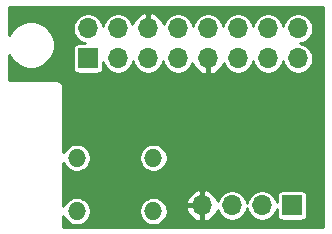
<source format=gbl>
G04 #@! TF.GenerationSoftware,KiCad,Pcbnew,5.1.10-88a1d61d58~90~ubuntu20.04.1*
G04 #@! TF.CreationDate,2021-08-20T19:04:53-03:00*
G04 #@! TF.ProjectId,003_Raspberry_Pi_HAT,3030335f-5261-4737-9062-657272795f50,V1*
G04 #@! TF.SameCoordinates,Original*
G04 #@! TF.FileFunction,Copper,L2,Bot*
G04 #@! TF.FilePolarity,Positive*
%FSLAX46Y46*%
G04 Gerber Fmt 4.6, Leading zero omitted, Abs format (unit mm)*
G04 Created by KiCad (PCBNEW 5.1.10-88a1d61d58~90~ubuntu20.04.1) date 2021-08-20 19:04:53*
%MOMM*%
%LPD*%
G01*
G04 APERTURE LIST*
G04 #@! TA.AperFunction,ComponentPad*
%ADD10O,1.524000X1.524000*%
G04 #@! TD*
G04 #@! TA.AperFunction,ComponentPad*
%ADD11R,1.700000X1.700000*%
G04 #@! TD*
G04 #@! TA.AperFunction,ComponentPad*
%ADD12O,1.700000X1.700000*%
G04 #@! TD*
G04 #@! TA.AperFunction,ViaPad*
%ADD13C,1.000000*%
G04 #@! TD*
G04 #@! TA.AperFunction,Conductor*
%ADD14C,0.254000*%
G04 #@! TD*
G04 #@! TA.AperFunction,Conductor*
%ADD15C,0.100000*%
G04 #@! TD*
G04 APERTURE END LIST*
D10*
X108254800Y-112039400D03*
X114757200Y-112039400D03*
X108254800Y-116560600D03*
X114757200Y-116560600D03*
D11*
X126492000Y-116078000D03*
D12*
X123952000Y-116078000D03*
X121412000Y-116078000D03*
X118872000Y-116078000D03*
D11*
X109220000Y-103632000D03*
D12*
X109220000Y-101092000D03*
X111760000Y-103632000D03*
X111760000Y-101092000D03*
X114300000Y-103632000D03*
X114300000Y-101092000D03*
X116840000Y-103632000D03*
X116840000Y-101092000D03*
X119380000Y-103632000D03*
X119380000Y-101092000D03*
X121920000Y-103632000D03*
X121920000Y-101092000D03*
X124460000Y-103632000D03*
X124460000Y-101092000D03*
X127000000Y-103632000D03*
X127000000Y-101092000D03*
D13*
X113792000Y-108458000D03*
X122428000Y-109474000D03*
D14*
X129080000Y-117904000D02*
X107140000Y-117904000D01*
X107140000Y-116997147D01*
X107194032Y-117127592D01*
X107325029Y-117323643D01*
X107491757Y-117490371D01*
X107687808Y-117621368D01*
X107905648Y-117711600D01*
X108136906Y-117757600D01*
X108372694Y-117757600D01*
X108603952Y-117711600D01*
X108821792Y-117621368D01*
X109017843Y-117490371D01*
X109184571Y-117323643D01*
X109315568Y-117127592D01*
X109405800Y-116909752D01*
X109451800Y-116678494D01*
X109451800Y-116442706D01*
X113560200Y-116442706D01*
X113560200Y-116678494D01*
X113606200Y-116909752D01*
X113696432Y-117127592D01*
X113827429Y-117323643D01*
X113994157Y-117490371D01*
X114190208Y-117621368D01*
X114408048Y-117711600D01*
X114639306Y-117757600D01*
X114875094Y-117757600D01*
X115106352Y-117711600D01*
X115324192Y-117621368D01*
X115520243Y-117490371D01*
X115686971Y-117323643D01*
X115817968Y-117127592D01*
X115908200Y-116909752D01*
X115954200Y-116678494D01*
X115954200Y-116442706D01*
X115939814Y-116370379D01*
X117518210Y-116370379D01*
X117601263Y-116628872D01*
X117733150Y-116866196D01*
X117908802Y-117073230D01*
X118121469Y-117242018D01*
X118362979Y-117366073D01*
X118579621Y-117431787D01*
X118795000Y-117326879D01*
X118795000Y-116155000D01*
X117622889Y-116155000D01*
X117518210Y-116370379D01*
X115939814Y-116370379D01*
X115908200Y-116211448D01*
X115817968Y-115993608D01*
X115686971Y-115797557D01*
X115675035Y-115785621D01*
X117518210Y-115785621D01*
X117622889Y-116001000D01*
X118795000Y-116001000D01*
X118795000Y-114829121D01*
X118949000Y-114829121D01*
X118949000Y-116001000D01*
X118969000Y-116001000D01*
X118969000Y-116155000D01*
X118949000Y-116155000D01*
X118949000Y-117326879D01*
X119164379Y-117431787D01*
X119381021Y-117366073D01*
X119622531Y-117242018D01*
X119835198Y-117073230D01*
X120010850Y-116866196D01*
X120142737Y-116628872D01*
X120189289Y-116483984D01*
X120273247Y-116686676D01*
X120413875Y-116897140D01*
X120592860Y-117076125D01*
X120803324Y-117216753D01*
X121037179Y-117313619D01*
X121285439Y-117363000D01*
X121538561Y-117363000D01*
X121786821Y-117313619D01*
X122020676Y-117216753D01*
X122231140Y-117076125D01*
X122410125Y-116897140D01*
X122550753Y-116686676D01*
X122647619Y-116452821D01*
X122682000Y-116279973D01*
X122716381Y-116452821D01*
X122813247Y-116686676D01*
X122953875Y-116897140D01*
X123132860Y-117076125D01*
X123343324Y-117216753D01*
X123577179Y-117313619D01*
X123825439Y-117363000D01*
X124078561Y-117363000D01*
X124326821Y-117313619D01*
X124560676Y-117216753D01*
X124771140Y-117076125D01*
X124950125Y-116897140D01*
X125090753Y-116686676D01*
X125187619Y-116452821D01*
X125204896Y-116365962D01*
X125204896Y-116928000D01*
X125213295Y-117013275D01*
X125238169Y-117095272D01*
X125278561Y-117170842D01*
X125332921Y-117237079D01*
X125399158Y-117291439D01*
X125474728Y-117331831D01*
X125556725Y-117356705D01*
X125642000Y-117365104D01*
X127342000Y-117365104D01*
X127427275Y-117356705D01*
X127509272Y-117331831D01*
X127584842Y-117291439D01*
X127651079Y-117237079D01*
X127705439Y-117170842D01*
X127745831Y-117095272D01*
X127770705Y-117013275D01*
X127779104Y-116928000D01*
X127779104Y-115228000D01*
X127770705Y-115142725D01*
X127745831Y-115060728D01*
X127705439Y-114985158D01*
X127651079Y-114918921D01*
X127584842Y-114864561D01*
X127509272Y-114824169D01*
X127427275Y-114799295D01*
X127342000Y-114790896D01*
X125642000Y-114790896D01*
X125556725Y-114799295D01*
X125474728Y-114824169D01*
X125399158Y-114864561D01*
X125332921Y-114918921D01*
X125278561Y-114985158D01*
X125238169Y-115060728D01*
X125213295Y-115142725D01*
X125204896Y-115228000D01*
X125204896Y-115790038D01*
X125187619Y-115703179D01*
X125090753Y-115469324D01*
X124950125Y-115258860D01*
X124771140Y-115079875D01*
X124560676Y-114939247D01*
X124326821Y-114842381D01*
X124078561Y-114793000D01*
X123825439Y-114793000D01*
X123577179Y-114842381D01*
X123343324Y-114939247D01*
X123132860Y-115079875D01*
X122953875Y-115258860D01*
X122813247Y-115469324D01*
X122716381Y-115703179D01*
X122682000Y-115876027D01*
X122647619Y-115703179D01*
X122550753Y-115469324D01*
X122410125Y-115258860D01*
X122231140Y-115079875D01*
X122020676Y-114939247D01*
X121786821Y-114842381D01*
X121538561Y-114793000D01*
X121285439Y-114793000D01*
X121037179Y-114842381D01*
X120803324Y-114939247D01*
X120592860Y-115079875D01*
X120413875Y-115258860D01*
X120273247Y-115469324D01*
X120189289Y-115672016D01*
X120142737Y-115527128D01*
X120010850Y-115289804D01*
X119835198Y-115082770D01*
X119622531Y-114913982D01*
X119381021Y-114789927D01*
X119164379Y-114724213D01*
X118949000Y-114829121D01*
X118795000Y-114829121D01*
X118579621Y-114724213D01*
X118362979Y-114789927D01*
X118121469Y-114913982D01*
X117908802Y-115082770D01*
X117733150Y-115289804D01*
X117601263Y-115527128D01*
X117518210Y-115785621D01*
X115675035Y-115785621D01*
X115520243Y-115630829D01*
X115324192Y-115499832D01*
X115106352Y-115409600D01*
X114875094Y-115363600D01*
X114639306Y-115363600D01*
X114408048Y-115409600D01*
X114190208Y-115499832D01*
X113994157Y-115630829D01*
X113827429Y-115797557D01*
X113696432Y-115993608D01*
X113606200Y-116211448D01*
X113560200Y-116442706D01*
X109451800Y-116442706D01*
X109405800Y-116211448D01*
X109315568Y-115993608D01*
X109184571Y-115797557D01*
X109017843Y-115630829D01*
X108821792Y-115499832D01*
X108603952Y-115409600D01*
X108372694Y-115363600D01*
X108136906Y-115363600D01*
X107905648Y-115409600D01*
X107687808Y-115499832D01*
X107491757Y-115630829D01*
X107325029Y-115797557D01*
X107194032Y-115993608D01*
X107140000Y-116124053D01*
X107140000Y-112475947D01*
X107194032Y-112606392D01*
X107325029Y-112802443D01*
X107491757Y-112969171D01*
X107687808Y-113100168D01*
X107905648Y-113190400D01*
X108136906Y-113236400D01*
X108372694Y-113236400D01*
X108603952Y-113190400D01*
X108821792Y-113100168D01*
X109017843Y-112969171D01*
X109184571Y-112802443D01*
X109315568Y-112606392D01*
X109405800Y-112388552D01*
X109451800Y-112157294D01*
X109451800Y-111921506D01*
X113560200Y-111921506D01*
X113560200Y-112157294D01*
X113606200Y-112388552D01*
X113696432Y-112606392D01*
X113827429Y-112802443D01*
X113994157Y-112969171D01*
X114190208Y-113100168D01*
X114408048Y-113190400D01*
X114639306Y-113236400D01*
X114875094Y-113236400D01*
X115106352Y-113190400D01*
X115324192Y-113100168D01*
X115520243Y-112969171D01*
X115686971Y-112802443D01*
X115817968Y-112606392D01*
X115908200Y-112388552D01*
X115954200Y-112157294D01*
X115954200Y-111921506D01*
X115908200Y-111690248D01*
X115817968Y-111472408D01*
X115686971Y-111276357D01*
X115520243Y-111109629D01*
X115324192Y-110978632D01*
X115106352Y-110888400D01*
X114875094Y-110842400D01*
X114639306Y-110842400D01*
X114408048Y-110888400D01*
X114190208Y-110978632D01*
X113994157Y-111109629D01*
X113827429Y-111276357D01*
X113696432Y-111472408D01*
X113606200Y-111690248D01*
X113560200Y-111921506D01*
X109451800Y-111921506D01*
X109405800Y-111690248D01*
X109315568Y-111472408D01*
X109184571Y-111276357D01*
X109017843Y-111109629D01*
X108821792Y-110978632D01*
X108603952Y-110888400D01*
X108372694Y-110842400D01*
X108136906Y-110842400D01*
X107905648Y-110888400D01*
X107687808Y-110978632D01*
X107491757Y-111109629D01*
X107325029Y-111276357D01*
X107194032Y-111472408D01*
X107140000Y-111602853D01*
X107140000Y-106149410D01*
X107138091Y-106130024D01*
X107138101Y-106128534D01*
X107137474Y-106122142D01*
X107134934Y-106097975D01*
X107133343Y-106081824D01*
X107133180Y-106081285D01*
X107132292Y-106072841D01*
X107123912Y-106032018D01*
X107116096Y-105991048D01*
X107114240Y-105984899D01*
X107099581Y-105937544D01*
X107083422Y-105899106D01*
X107067809Y-105860460D01*
X107064794Y-105854789D01*
X107041217Y-105811183D01*
X107017903Y-105776618D01*
X106995069Y-105741724D01*
X106991009Y-105736747D01*
X106959411Y-105698551D01*
X106929808Y-105669155D01*
X106900657Y-105639387D01*
X106895708Y-105635293D01*
X106857293Y-105603962D01*
X106822567Y-105580891D01*
X106788173Y-105557340D01*
X106782523Y-105554285D01*
X106738753Y-105531011D01*
X106700203Y-105515122D01*
X106661884Y-105498698D01*
X106655748Y-105496799D01*
X106608292Y-105482471D01*
X106567409Y-105474376D01*
X106526609Y-105465704D01*
X106520221Y-105465032D01*
X106470884Y-105460195D01*
X106470875Y-105460195D01*
X106448590Y-105458000D01*
X102568000Y-105458000D01*
X102568000Y-103346746D01*
X102608109Y-103443578D01*
X102828654Y-103773646D01*
X103109354Y-104054346D01*
X103439422Y-104274891D01*
X103806174Y-104426804D01*
X104195515Y-104504249D01*
X104592485Y-104504249D01*
X104981826Y-104426804D01*
X105348578Y-104274891D01*
X105678646Y-104054346D01*
X105959346Y-103773646D01*
X106179891Y-103443578D01*
X106331804Y-103076826D01*
X106390448Y-102782000D01*
X107932896Y-102782000D01*
X107932896Y-104482000D01*
X107941295Y-104567275D01*
X107966169Y-104649272D01*
X108006561Y-104724842D01*
X108060921Y-104791079D01*
X108127158Y-104845439D01*
X108202728Y-104885831D01*
X108284725Y-104910705D01*
X108370000Y-104919104D01*
X110070000Y-104919104D01*
X110155275Y-104910705D01*
X110237272Y-104885831D01*
X110312842Y-104845439D01*
X110379079Y-104791079D01*
X110433439Y-104724842D01*
X110473831Y-104649272D01*
X110498705Y-104567275D01*
X110507104Y-104482000D01*
X110507104Y-103919962D01*
X110524381Y-104006821D01*
X110621247Y-104240676D01*
X110761875Y-104451140D01*
X110940860Y-104630125D01*
X111151324Y-104770753D01*
X111385179Y-104867619D01*
X111633439Y-104917000D01*
X111886561Y-104917000D01*
X112134821Y-104867619D01*
X112368676Y-104770753D01*
X112579140Y-104630125D01*
X112758125Y-104451140D01*
X112898753Y-104240676D01*
X112995619Y-104006821D01*
X113030000Y-103833973D01*
X113064381Y-104006821D01*
X113161247Y-104240676D01*
X113301875Y-104451140D01*
X113480860Y-104630125D01*
X113691324Y-104770753D01*
X113925179Y-104867619D01*
X114173439Y-104917000D01*
X114426561Y-104917000D01*
X114674821Y-104867619D01*
X114908676Y-104770753D01*
X115119140Y-104630125D01*
X115298125Y-104451140D01*
X115438753Y-104240676D01*
X115535619Y-104006821D01*
X115570000Y-103833973D01*
X115604381Y-104006821D01*
X115701247Y-104240676D01*
X115841875Y-104451140D01*
X116020860Y-104630125D01*
X116231324Y-104770753D01*
X116465179Y-104867619D01*
X116713439Y-104917000D01*
X116966561Y-104917000D01*
X117214821Y-104867619D01*
X117448676Y-104770753D01*
X117659140Y-104630125D01*
X117838125Y-104451140D01*
X117978753Y-104240676D01*
X118062711Y-104037984D01*
X118109263Y-104182872D01*
X118241150Y-104420196D01*
X118416802Y-104627230D01*
X118629469Y-104796018D01*
X118870979Y-104920073D01*
X119087621Y-104985787D01*
X119303000Y-104880879D01*
X119303000Y-103709000D01*
X119283000Y-103709000D01*
X119283000Y-103555000D01*
X119303000Y-103555000D01*
X119303000Y-103535000D01*
X119457000Y-103535000D01*
X119457000Y-103555000D01*
X119477000Y-103555000D01*
X119477000Y-103709000D01*
X119457000Y-103709000D01*
X119457000Y-104880879D01*
X119672379Y-104985787D01*
X119889021Y-104920073D01*
X120130531Y-104796018D01*
X120343198Y-104627230D01*
X120518850Y-104420196D01*
X120650737Y-104182872D01*
X120697289Y-104037984D01*
X120781247Y-104240676D01*
X120921875Y-104451140D01*
X121100860Y-104630125D01*
X121311324Y-104770753D01*
X121545179Y-104867619D01*
X121793439Y-104917000D01*
X122046561Y-104917000D01*
X122294821Y-104867619D01*
X122528676Y-104770753D01*
X122739140Y-104630125D01*
X122918125Y-104451140D01*
X123058753Y-104240676D01*
X123155619Y-104006821D01*
X123190000Y-103833973D01*
X123224381Y-104006821D01*
X123321247Y-104240676D01*
X123461875Y-104451140D01*
X123640860Y-104630125D01*
X123851324Y-104770753D01*
X124085179Y-104867619D01*
X124333439Y-104917000D01*
X124586561Y-104917000D01*
X124834821Y-104867619D01*
X125068676Y-104770753D01*
X125279140Y-104630125D01*
X125458125Y-104451140D01*
X125598753Y-104240676D01*
X125695619Y-104006821D01*
X125730000Y-103833973D01*
X125764381Y-104006821D01*
X125861247Y-104240676D01*
X126001875Y-104451140D01*
X126180860Y-104630125D01*
X126391324Y-104770753D01*
X126625179Y-104867619D01*
X126873439Y-104917000D01*
X127126561Y-104917000D01*
X127374821Y-104867619D01*
X127608676Y-104770753D01*
X127819140Y-104630125D01*
X127998125Y-104451140D01*
X128138753Y-104240676D01*
X128235619Y-104006821D01*
X128285000Y-103758561D01*
X128285000Y-103505439D01*
X128235619Y-103257179D01*
X128138753Y-103023324D01*
X127998125Y-102812860D01*
X127819140Y-102633875D01*
X127608676Y-102493247D01*
X127374821Y-102396381D01*
X127201973Y-102362000D01*
X127374821Y-102327619D01*
X127608676Y-102230753D01*
X127819140Y-102090125D01*
X127998125Y-101911140D01*
X128138753Y-101700676D01*
X128235619Y-101466821D01*
X128285000Y-101218561D01*
X128285000Y-100965439D01*
X128235619Y-100717179D01*
X128138753Y-100483324D01*
X127998125Y-100272860D01*
X127819140Y-100093875D01*
X127608676Y-99953247D01*
X127374821Y-99856381D01*
X127126561Y-99807000D01*
X126873439Y-99807000D01*
X126625179Y-99856381D01*
X126391324Y-99953247D01*
X126180860Y-100093875D01*
X126001875Y-100272860D01*
X125861247Y-100483324D01*
X125764381Y-100717179D01*
X125730000Y-100890027D01*
X125695619Y-100717179D01*
X125598753Y-100483324D01*
X125458125Y-100272860D01*
X125279140Y-100093875D01*
X125068676Y-99953247D01*
X124834821Y-99856381D01*
X124586561Y-99807000D01*
X124333439Y-99807000D01*
X124085179Y-99856381D01*
X123851324Y-99953247D01*
X123640860Y-100093875D01*
X123461875Y-100272860D01*
X123321247Y-100483324D01*
X123224381Y-100717179D01*
X123190000Y-100890027D01*
X123155619Y-100717179D01*
X123058753Y-100483324D01*
X122918125Y-100272860D01*
X122739140Y-100093875D01*
X122528676Y-99953247D01*
X122294821Y-99856381D01*
X122046561Y-99807000D01*
X121793439Y-99807000D01*
X121545179Y-99856381D01*
X121311324Y-99953247D01*
X121100860Y-100093875D01*
X120921875Y-100272860D01*
X120781247Y-100483324D01*
X120684381Y-100717179D01*
X120650000Y-100890027D01*
X120615619Y-100717179D01*
X120518753Y-100483324D01*
X120378125Y-100272860D01*
X120199140Y-100093875D01*
X119988676Y-99953247D01*
X119754821Y-99856381D01*
X119506561Y-99807000D01*
X119253439Y-99807000D01*
X119005179Y-99856381D01*
X118771324Y-99953247D01*
X118560860Y-100093875D01*
X118381875Y-100272860D01*
X118241247Y-100483324D01*
X118144381Y-100717179D01*
X118110000Y-100890027D01*
X118075619Y-100717179D01*
X117978753Y-100483324D01*
X117838125Y-100272860D01*
X117659140Y-100093875D01*
X117448676Y-99953247D01*
X117214821Y-99856381D01*
X116966561Y-99807000D01*
X116713439Y-99807000D01*
X116465179Y-99856381D01*
X116231324Y-99953247D01*
X116020860Y-100093875D01*
X115841875Y-100272860D01*
X115701247Y-100483324D01*
X115617289Y-100686016D01*
X115570737Y-100541128D01*
X115438850Y-100303804D01*
X115263198Y-100096770D01*
X115050531Y-99927982D01*
X114809021Y-99803927D01*
X114592379Y-99738213D01*
X114377000Y-99843121D01*
X114377000Y-101015000D01*
X114397000Y-101015000D01*
X114397000Y-101169000D01*
X114377000Y-101169000D01*
X114377000Y-101189000D01*
X114223000Y-101189000D01*
X114223000Y-101169000D01*
X114203000Y-101169000D01*
X114203000Y-101015000D01*
X114223000Y-101015000D01*
X114223000Y-99843121D01*
X114007621Y-99738213D01*
X113790979Y-99803927D01*
X113549469Y-99927982D01*
X113336802Y-100096770D01*
X113161150Y-100303804D01*
X113029263Y-100541128D01*
X112982711Y-100686016D01*
X112898753Y-100483324D01*
X112758125Y-100272860D01*
X112579140Y-100093875D01*
X112368676Y-99953247D01*
X112134821Y-99856381D01*
X111886561Y-99807000D01*
X111633439Y-99807000D01*
X111385179Y-99856381D01*
X111151324Y-99953247D01*
X110940860Y-100093875D01*
X110761875Y-100272860D01*
X110621247Y-100483324D01*
X110524381Y-100717179D01*
X110490000Y-100890027D01*
X110455619Y-100717179D01*
X110358753Y-100483324D01*
X110218125Y-100272860D01*
X110039140Y-100093875D01*
X109828676Y-99953247D01*
X109594821Y-99856381D01*
X109346561Y-99807000D01*
X109093439Y-99807000D01*
X108845179Y-99856381D01*
X108611324Y-99953247D01*
X108400860Y-100093875D01*
X108221875Y-100272860D01*
X108081247Y-100483324D01*
X107984381Y-100717179D01*
X107935000Y-100965439D01*
X107935000Y-101218561D01*
X107984381Y-101466821D01*
X108081247Y-101700676D01*
X108221875Y-101911140D01*
X108400860Y-102090125D01*
X108611324Y-102230753D01*
X108845179Y-102327619D01*
X108932038Y-102344896D01*
X108370000Y-102344896D01*
X108284725Y-102353295D01*
X108202728Y-102378169D01*
X108127158Y-102418561D01*
X108060921Y-102472921D01*
X108006561Y-102539158D01*
X107966169Y-102614728D01*
X107941295Y-102696725D01*
X107932896Y-102782000D01*
X106390448Y-102782000D01*
X106409249Y-102687485D01*
X106409249Y-102290515D01*
X106331804Y-101901174D01*
X106179891Y-101534422D01*
X105959346Y-101204354D01*
X105678646Y-100923654D01*
X105348578Y-100703109D01*
X104981826Y-100551196D01*
X104592485Y-100473751D01*
X104195515Y-100473751D01*
X103806174Y-100551196D01*
X103439422Y-100703109D01*
X103109354Y-100923654D01*
X102828654Y-101204354D01*
X102608109Y-101534422D01*
X102568000Y-101631254D01*
X102568000Y-99266000D01*
X129080001Y-99266000D01*
X129080000Y-117904000D01*
G04 #@! TA.AperFunction,Conductor*
D15*
G36*
X129080000Y-117904000D02*
G01*
X107140000Y-117904000D01*
X107140000Y-116997147D01*
X107194032Y-117127592D01*
X107325029Y-117323643D01*
X107491757Y-117490371D01*
X107687808Y-117621368D01*
X107905648Y-117711600D01*
X108136906Y-117757600D01*
X108372694Y-117757600D01*
X108603952Y-117711600D01*
X108821792Y-117621368D01*
X109017843Y-117490371D01*
X109184571Y-117323643D01*
X109315568Y-117127592D01*
X109405800Y-116909752D01*
X109451800Y-116678494D01*
X109451800Y-116442706D01*
X113560200Y-116442706D01*
X113560200Y-116678494D01*
X113606200Y-116909752D01*
X113696432Y-117127592D01*
X113827429Y-117323643D01*
X113994157Y-117490371D01*
X114190208Y-117621368D01*
X114408048Y-117711600D01*
X114639306Y-117757600D01*
X114875094Y-117757600D01*
X115106352Y-117711600D01*
X115324192Y-117621368D01*
X115520243Y-117490371D01*
X115686971Y-117323643D01*
X115817968Y-117127592D01*
X115908200Y-116909752D01*
X115954200Y-116678494D01*
X115954200Y-116442706D01*
X115939814Y-116370379D01*
X117518210Y-116370379D01*
X117601263Y-116628872D01*
X117733150Y-116866196D01*
X117908802Y-117073230D01*
X118121469Y-117242018D01*
X118362979Y-117366073D01*
X118579621Y-117431787D01*
X118795000Y-117326879D01*
X118795000Y-116155000D01*
X117622889Y-116155000D01*
X117518210Y-116370379D01*
X115939814Y-116370379D01*
X115908200Y-116211448D01*
X115817968Y-115993608D01*
X115686971Y-115797557D01*
X115675035Y-115785621D01*
X117518210Y-115785621D01*
X117622889Y-116001000D01*
X118795000Y-116001000D01*
X118795000Y-114829121D01*
X118949000Y-114829121D01*
X118949000Y-116001000D01*
X118969000Y-116001000D01*
X118969000Y-116155000D01*
X118949000Y-116155000D01*
X118949000Y-117326879D01*
X119164379Y-117431787D01*
X119381021Y-117366073D01*
X119622531Y-117242018D01*
X119835198Y-117073230D01*
X120010850Y-116866196D01*
X120142737Y-116628872D01*
X120189289Y-116483984D01*
X120273247Y-116686676D01*
X120413875Y-116897140D01*
X120592860Y-117076125D01*
X120803324Y-117216753D01*
X121037179Y-117313619D01*
X121285439Y-117363000D01*
X121538561Y-117363000D01*
X121786821Y-117313619D01*
X122020676Y-117216753D01*
X122231140Y-117076125D01*
X122410125Y-116897140D01*
X122550753Y-116686676D01*
X122647619Y-116452821D01*
X122682000Y-116279973D01*
X122716381Y-116452821D01*
X122813247Y-116686676D01*
X122953875Y-116897140D01*
X123132860Y-117076125D01*
X123343324Y-117216753D01*
X123577179Y-117313619D01*
X123825439Y-117363000D01*
X124078561Y-117363000D01*
X124326821Y-117313619D01*
X124560676Y-117216753D01*
X124771140Y-117076125D01*
X124950125Y-116897140D01*
X125090753Y-116686676D01*
X125187619Y-116452821D01*
X125204896Y-116365962D01*
X125204896Y-116928000D01*
X125213295Y-117013275D01*
X125238169Y-117095272D01*
X125278561Y-117170842D01*
X125332921Y-117237079D01*
X125399158Y-117291439D01*
X125474728Y-117331831D01*
X125556725Y-117356705D01*
X125642000Y-117365104D01*
X127342000Y-117365104D01*
X127427275Y-117356705D01*
X127509272Y-117331831D01*
X127584842Y-117291439D01*
X127651079Y-117237079D01*
X127705439Y-117170842D01*
X127745831Y-117095272D01*
X127770705Y-117013275D01*
X127779104Y-116928000D01*
X127779104Y-115228000D01*
X127770705Y-115142725D01*
X127745831Y-115060728D01*
X127705439Y-114985158D01*
X127651079Y-114918921D01*
X127584842Y-114864561D01*
X127509272Y-114824169D01*
X127427275Y-114799295D01*
X127342000Y-114790896D01*
X125642000Y-114790896D01*
X125556725Y-114799295D01*
X125474728Y-114824169D01*
X125399158Y-114864561D01*
X125332921Y-114918921D01*
X125278561Y-114985158D01*
X125238169Y-115060728D01*
X125213295Y-115142725D01*
X125204896Y-115228000D01*
X125204896Y-115790038D01*
X125187619Y-115703179D01*
X125090753Y-115469324D01*
X124950125Y-115258860D01*
X124771140Y-115079875D01*
X124560676Y-114939247D01*
X124326821Y-114842381D01*
X124078561Y-114793000D01*
X123825439Y-114793000D01*
X123577179Y-114842381D01*
X123343324Y-114939247D01*
X123132860Y-115079875D01*
X122953875Y-115258860D01*
X122813247Y-115469324D01*
X122716381Y-115703179D01*
X122682000Y-115876027D01*
X122647619Y-115703179D01*
X122550753Y-115469324D01*
X122410125Y-115258860D01*
X122231140Y-115079875D01*
X122020676Y-114939247D01*
X121786821Y-114842381D01*
X121538561Y-114793000D01*
X121285439Y-114793000D01*
X121037179Y-114842381D01*
X120803324Y-114939247D01*
X120592860Y-115079875D01*
X120413875Y-115258860D01*
X120273247Y-115469324D01*
X120189289Y-115672016D01*
X120142737Y-115527128D01*
X120010850Y-115289804D01*
X119835198Y-115082770D01*
X119622531Y-114913982D01*
X119381021Y-114789927D01*
X119164379Y-114724213D01*
X118949000Y-114829121D01*
X118795000Y-114829121D01*
X118579621Y-114724213D01*
X118362979Y-114789927D01*
X118121469Y-114913982D01*
X117908802Y-115082770D01*
X117733150Y-115289804D01*
X117601263Y-115527128D01*
X117518210Y-115785621D01*
X115675035Y-115785621D01*
X115520243Y-115630829D01*
X115324192Y-115499832D01*
X115106352Y-115409600D01*
X114875094Y-115363600D01*
X114639306Y-115363600D01*
X114408048Y-115409600D01*
X114190208Y-115499832D01*
X113994157Y-115630829D01*
X113827429Y-115797557D01*
X113696432Y-115993608D01*
X113606200Y-116211448D01*
X113560200Y-116442706D01*
X109451800Y-116442706D01*
X109405800Y-116211448D01*
X109315568Y-115993608D01*
X109184571Y-115797557D01*
X109017843Y-115630829D01*
X108821792Y-115499832D01*
X108603952Y-115409600D01*
X108372694Y-115363600D01*
X108136906Y-115363600D01*
X107905648Y-115409600D01*
X107687808Y-115499832D01*
X107491757Y-115630829D01*
X107325029Y-115797557D01*
X107194032Y-115993608D01*
X107140000Y-116124053D01*
X107140000Y-112475947D01*
X107194032Y-112606392D01*
X107325029Y-112802443D01*
X107491757Y-112969171D01*
X107687808Y-113100168D01*
X107905648Y-113190400D01*
X108136906Y-113236400D01*
X108372694Y-113236400D01*
X108603952Y-113190400D01*
X108821792Y-113100168D01*
X109017843Y-112969171D01*
X109184571Y-112802443D01*
X109315568Y-112606392D01*
X109405800Y-112388552D01*
X109451800Y-112157294D01*
X109451800Y-111921506D01*
X113560200Y-111921506D01*
X113560200Y-112157294D01*
X113606200Y-112388552D01*
X113696432Y-112606392D01*
X113827429Y-112802443D01*
X113994157Y-112969171D01*
X114190208Y-113100168D01*
X114408048Y-113190400D01*
X114639306Y-113236400D01*
X114875094Y-113236400D01*
X115106352Y-113190400D01*
X115324192Y-113100168D01*
X115520243Y-112969171D01*
X115686971Y-112802443D01*
X115817968Y-112606392D01*
X115908200Y-112388552D01*
X115954200Y-112157294D01*
X115954200Y-111921506D01*
X115908200Y-111690248D01*
X115817968Y-111472408D01*
X115686971Y-111276357D01*
X115520243Y-111109629D01*
X115324192Y-110978632D01*
X115106352Y-110888400D01*
X114875094Y-110842400D01*
X114639306Y-110842400D01*
X114408048Y-110888400D01*
X114190208Y-110978632D01*
X113994157Y-111109629D01*
X113827429Y-111276357D01*
X113696432Y-111472408D01*
X113606200Y-111690248D01*
X113560200Y-111921506D01*
X109451800Y-111921506D01*
X109405800Y-111690248D01*
X109315568Y-111472408D01*
X109184571Y-111276357D01*
X109017843Y-111109629D01*
X108821792Y-110978632D01*
X108603952Y-110888400D01*
X108372694Y-110842400D01*
X108136906Y-110842400D01*
X107905648Y-110888400D01*
X107687808Y-110978632D01*
X107491757Y-111109629D01*
X107325029Y-111276357D01*
X107194032Y-111472408D01*
X107140000Y-111602853D01*
X107140000Y-106149410D01*
X107138091Y-106130024D01*
X107138101Y-106128534D01*
X107137474Y-106122142D01*
X107134934Y-106097975D01*
X107133343Y-106081824D01*
X107133180Y-106081285D01*
X107132292Y-106072841D01*
X107123912Y-106032018D01*
X107116096Y-105991048D01*
X107114240Y-105984899D01*
X107099581Y-105937544D01*
X107083422Y-105899106D01*
X107067809Y-105860460D01*
X107064794Y-105854789D01*
X107041217Y-105811183D01*
X107017903Y-105776618D01*
X106995069Y-105741724D01*
X106991009Y-105736747D01*
X106959411Y-105698551D01*
X106929808Y-105669155D01*
X106900657Y-105639387D01*
X106895708Y-105635293D01*
X106857293Y-105603962D01*
X106822567Y-105580891D01*
X106788173Y-105557340D01*
X106782523Y-105554285D01*
X106738753Y-105531011D01*
X106700203Y-105515122D01*
X106661884Y-105498698D01*
X106655748Y-105496799D01*
X106608292Y-105482471D01*
X106567409Y-105474376D01*
X106526609Y-105465704D01*
X106520221Y-105465032D01*
X106470884Y-105460195D01*
X106470875Y-105460195D01*
X106448590Y-105458000D01*
X102568000Y-105458000D01*
X102568000Y-103346746D01*
X102608109Y-103443578D01*
X102828654Y-103773646D01*
X103109354Y-104054346D01*
X103439422Y-104274891D01*
X103806174Y-104426804D01*
X104195515Y-104504249D01*
X104592485Y-104504249D01*
X104981826Y-104426804D01*
X105348578Y-104274891D01*
X105678646Y-104054346D01*
X105959346Y-103773646D01*
X106179891Y-103443578D01*
X106331804Y-103076826D01*
X106390448Y-102782000D01*
X107932896Y-102782000D01*
X107932896Y-104482000D01*
X107941295Y-104567275D01*
X107966169Y-104649272D01*
X108006561Y-104724842D01*
X108060921Y-104791079D01*
X108127158Y-104845439D01*
X108202728Y-104885831D01*
X108284725Y-104910705D01*
X108370000Y-104919104D01*
X110070000Y-104919104D01*
X110155275Y-104910705D01*
X110237272Y-104885831D01*
X110312842Y-104845439D01*
X110379079Y-104791079D01*
X110433439Y-104724842D01*
X110473831Y-104649272D01*
X110498705Y-104567275D01*
X110507104Y-104482000D01*
X110507104Y-103919962D01*
X110524381Y-104006821D01*
X110621247Y-104240676D01*
X110761875Y-104451140D01*
X110940860Y-104630125D01*
X111151324Y-104770753D01*
X111385179Y-104867619D01*
X111633439Y-104917000D01*
X111886561Y-104917000D01*
X112134821Y-104867619D01*
X112368676Y-104770753D01*
X112579140Y-104630125D01*
X112758125Y-104451140D01*
X112898753Y-104240676D01*
X112995619Y-104006821D01*
X113030000Y-103833973D01*
X113064381Y-104006821D01*
X113161247Y-104240676D01*
X113301875Y-104451140D01*
X113480860Y-104630125D01*
X113691324Y-104770753D01*
X113925179Y-104867619D01*
X114173439Y-104917000D01*
X114426561Y-104917000D01*
X114674821Y-104867619D01*
X114908676Y-104770753D01*
X115119140Y-104630125D01*
X115298125Y-104451140D01*
X115438753Y-104240676D01*
X115535619Y-104006821D01*
X115570000Y-103833973D01*
X115604381Y-104006821D01*
X115701247Y-104240676D01*
X115841875Y-104451140D01*
X116020860Y-104630125D01*
X116231324Y-104770753D01*
X116465179Y-104867619D01*
X116713439Y-104917000D01*
X116966561Y-104917000D01*
X117214821Y-104867619D01*
X117448676Y-104770753D01*
X117659140Y-104630125D01*
X117838125Y-104451140D01*
X117978753Y-104240676D01*
X118062711Y-104037984D01*
X118109263Y-104182872D01*
X118241150Y-104420196D01*
X118416802Y-104627230D01*
X118629469Y-104796018D01*
X118870979Y-104920073D01*
X119087621Y-104985787D01*
X119303000Y-104880879D01*
X119303000Y-103709000D01*
X119283000Y-103709000D01*
X119283000Y-103555000D01*
X119303000Y-103555000D01*
X119303000Y-103535000D01*
X119457000Y-103535000D01*
X119457000Y-103555000D01*
X119477000Y-103555000D01*
X119477000Y-103709000D01*
X119457000Y-103709000D01*
X119457000Y-104880879D01*
X119672379Y-104985787D01*
X119889021Y-104920073D01*
X120130531Y-104796018D01*
X120343198Y-104627230D01*
X120518850Y-104420196D01*
X120650737Y-104182872D01*
X120697289Y-104037984D01*
X120781247Y-104240676D01*
X120921875Y-104451140D01*
X121100860Y-104630125D01*
X121311324Y-104770753D01*
X121545179Y-104867619D01*
X121793439Y-104917000D01*
X122046561Y-104917000D01*
X122294821Y-104867619D01*
X122528676Y-104770753D01*
X122739140Y-104630125D01*
X122918125Y-104451140D01*
X123058753Y-104240676D01*
X123155619Y-104006821D01*
X123190000Y-103833973D01*
X123224381Y-104006821D01*
X123321247Y-104240676D01*
X123461875Y-104451140D01*
X123640860Y-104630125D01*
X123851324Y-104770753D01*
X124085179Y-104867619D01*
X124333439Y-104917000D01*
X124586561Y-104917000D01*
X124834821Y-104867619D01*
X125068676Y-104770753D01*
X125279140Y-104630125D01*
X125458125Y-104451140D01*
X125598753Y-104240676D01*
X125695619Y-104006821D01*
X125730000Y-103833973D01*
X125764381Y-104006821D01*
X125861247Y-104240676D01*
X126001875Y-104451140D01*
X126180860Y-104630125D01*
X126391324Y-104770753D01*
X126625179Y-104867619D01*
X126873439Y-104917000D01*
X127126561Y-104917000D01*
X127374821Y-104867619D01*
X127608676Y-104770753D01*
X127819140Y-104630125D01*
X127998125Y-104451140D01*
X128138753Y-104240676D01*
X128235619Y-104006821D01*
X128285000Y-103758561D01*
X128285000Y-103505439D01*
X128235619Y-103257179D01*
X128138753Y-103023324D01*
X127998125Y-102812860D01*
X127819140Y-102633875D01*
X127608676Y-102493247D01*
X127374821Y-102396381D01*
X127201973Y-102362000D01*
X127374821Y-102327619D01*
X127608676Y-102230753D01*
X127819140Y-102090125D01*
X127998125Y-101911140D01*
X128138753Y-101700676D01*
X128235619Y-101466821D01*
X128285000Y-101218561D01*
X128285000Y-100965439D01*
X128235619Y-100717179D01*
X128138753Y-100483324D01*
X127998125Y-100272860D01*
X127819140Y-100093875D01*
X127608676Y-99953247D01*
X127374821Y-99856381D01*
X127126561Y-99807000D01*
X126873439Y-99807000D01*
X126625179Y-99856381D01*
X126391324Y-99953247D01*
X126180860Y-100093875D01*
X126001875Y-100272860D01*
X125861247Y-100483324D01*
X125764381Y-100717179D01*
X125730000Y-100890027D01*
X125695619Y-100717179D01*
X125598753Y-100483324D01*
X125458125Y-100272860D01*
X125279140Y-100093875D01*
X125068676Y-99953247D01*
X124834821Y-99856381D01*
X124586561Y-99807000D01*
X124333439Y-99807000D01*
X124085179Y-99856381D01*
X123851324Y-99953247D01*
X123640860Y-100093875D01*
X123461875Y-100272860D01*
X123321247Y-100483324D01*
X123224381Y-100717179D01*
X123190000Y-100890027D01*
X123155619Y-100717179D01*
X123058753Y-100483324D01*
X122918125Y-100272860D01*
X122739140Y-100093875D01*
X122528676Y-99953247D01*
X122294821Y-99856381D01*
X122046561Y-99807000D01*
X121793439Y-99807000D01*
X121545179Y-99856381D01*
X121311324Y-99953247D01*
X121100860Y-100093875D01*
X120921875Y-100272860D01*
X120781247Y-100483324D01*
X120684381Y-100717179D01*
X120650000Y-100890027D01*
X120615619Y-100717179D01*
X120518753Y-100483324D01*
X120378125Y-100272860D01*
X120199140Y-100093875D01*
X119988676Y-99953247D01*
X119754821Y-99856381D01*
X119506561Y-99807000D01*
X119253439Y-99807000D01*
X119005179Y-99856381D01*
X118771324Y-99953247D01*
X118560860Y-100093875D01*
X118381875Y-100272860D01*
X118241247Y-100483324D01*
X118144381Y-100717179D01*
X118110000Y-100890027D01*
X118075619Y-100717179D01*
X117978753Y-100483324D01*
X117838125Y-100272860D01*
X117659140Y-100093875D01*
X117448676Y-99953247D01*
X117214821Y-99856381D01*
X116966561Y-99807000D01*
X116713439Y-99807000D01*
X116465179Y-99856381D01*
X116231324Y-99953247D01*
X116020860Y-100093875D01*
X115841875Y-100272860D01*
X115701247Y-100483324D01*
X115617289Y-100686016D01*
X115570737Y-100541128D01*
X115438850Y-100303804D01*
X115263198Y-100096770D01*
X115050531Y-99927982D01*
X114809021Y-99803927D01*
X114592379Y-99738213D01*
X114377000Y-99843121D01*
X114377000Y-101015000D01*
X114397000Y-101015000D01*
X114397000Y-101169000D01*
X114377000Y-101169000D01*
X114377000Y-101189000D01*
X114223000Y-101189000D01*
X114223000Y-101169000D01*
X114203000Y-101169000D01*
X114203000Y-101015000D01*
X114223000Y-101015000D01*
X114223000Y-99843121D01*
X114007621Y-99738213D01*
X113790979Y-99803927D01*
X113549469Y-99927982D01*
X113336802Y-100096770D01*
X113161150Y-100303804D01*
X113029263Y-100541128D01*
X112982711Y-100686016D01*
X112898753Y-100483324D01*
X112758125Y-100272860D01*
X112579140Y-100093875D01*
X112368676Y-99953247D01*
X112134821Y-99856381D01*
X111886561Y-99807000D01*
X111633439Y-99807000D01*
X111385179Y-99856381D01*
X111151324Y-99953247D01*
X110940860Y-100093875D01*
X110761875Y-100272860D01*
X110621247Y-100483324D01*
X110524381Y-100717179D01*
X110490000Y-100890027D01*
X110455619Y-100717179D01*
X110358753Y-100483324D01*
X110218125Y-100272860D01*
X110039140Y-100093875D01*
X109828676Y-99953247D01*
X109594821Y-99856381D01*
X109346561Y-99807000D01*
X109093439Y-99807000D01*
X108845179Y-99856381D01*
X108611324Y-99953247D01*
X108400860Y-100093875D01*
X108221875Y-100272860D01*
X108081247Y-100483324D01*
X107984381Y-100717179D01*
X107935000Y-100965439D01*
X107935000Y-101218561D01*
X107984381Y-101466821D01*
X108081247Y-101700676D01*
X108221875Y-101911140D01*
X108400860Y-102090125D01*
X108611324Y-102230753D01*
X108845179Y-102327619D01*
X108932038Y-102344896D01*
X108370000Y-102344896D01*
X108284725Y-102353295D01*
X108202728Y-102378169D01*
X108127158Y-102418561D01*
X108060921Y-102472921D01*
X108006561Y-102539158D01*
X107966169Y-102614728D01*
X107941295Y-102696725D01*
X107932896Y-102782000D01*
X106390448Y-102782000D01*
X106409249Y-102687485D01*
X106409249Y-102290515D01*
X106331804Y-101901174D01*
X106179891Y-101534422D01*
X105959346Y-101204354D01*
X105678646Y-100923654D01*
X105348578Y-100703109D01*
X104981826Y-100551196D01*
X104592485Y-100473751D01*
X104195515Y-100473751D01*
X103806174Y-100551196D01*
X103439422Y-100703109D01*
X103109354Y-100923654D01*
X102828654Y-101204354D01*
X102608109Y-101534422D01*
X102568000Y-101631254D01*
X102568000Y-99266000D01*
X129080001Y-99266000D01*
X129080000Y-117904000D01*
G37*
G04 #@! TD.AperFunction*
M02*

</source>
